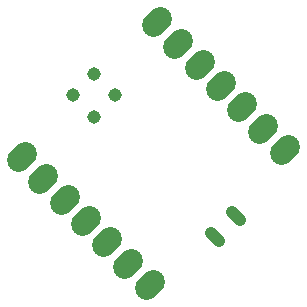
<source format=gbr>
%TF.GenerationSoftware,KiCad,Pcbnew,(6.0.1)*%
%TF.CreationDate,2022-02-09T22:22:52-05:00*%
%TF.ProjectId,herringbone_macro_pad,68657272-696e-4676-926f-6e655f6d6163,rev?*%
%TF.SameCoordinates,Original*%
%TF.FileFunction,Paste,Bot*%
%TF.FilePolarity,Positive*%
%FSLAX46Y46*%
G04 Gerber Fmt 4.6, Leading zero omitted, Abs format (unit mm)*
G04 Created by KiCad (PCBNEW (6.0.1)) date 2022-02-09 22:22:52*
%MOMM*%
%LPD*%
G01*
G04 APERTURE LIST*
G04 Aperture macros list*
%AMHorizOval*
0 Thick line with rounded ends*
0 $1 width*
0 $2 $3 position (X,Y) of the first rounded end (center of the circle)*
0 $4 $5 position (X,Y) of the second rounded end (center of the circle)*
0 Add line between two ends*
20,1,$1,$2,$3,$4,$5,0*
0 Add two circle primitives to create the rounded ends*
1,1,$1,$2,$3*
1,1,$1,$4,$5*%
G04 Aperture macros list end*
%ADD10HorizOval,1.998980X-0.264918X-0.264918X0.264918X0.264918X0*%
%ADD11HorizOval,1.016000X-0.359210X0.359210X0.359210X-0.359210X0*%
%ADD12C,1.143000*%
G04 APERTURE END LIST*
D10*
%TO.C,U1*%
X126472855Y-45878877D03*
X128268906Y-47674929D03*
X130064957Y-49470980D03*
X131861008Y-51267031D03*
X133657060Y-53063082D03*
X135453111Y-54859134D03*
X137249162Y-56655185D03*
X125819092Y-68085255D03*
X124023041Y-66289204D03*
X122226990Y-64493152D03*
X120430938Y-62697101D03*
X118634887Y-60901050D03*
X116838836Y-59104999D03*
X115042785Y-57308947D03*
D11*
X133155679Y-62272936D03*
X131352556Y-64076058D03*
D12*
X121132749Y-50248314D03*
X119336698Y-52044365D03*
X122928800Y-52044365D03*
X121132749Y-53840416D03*
%TD*%
M02*

</source>
